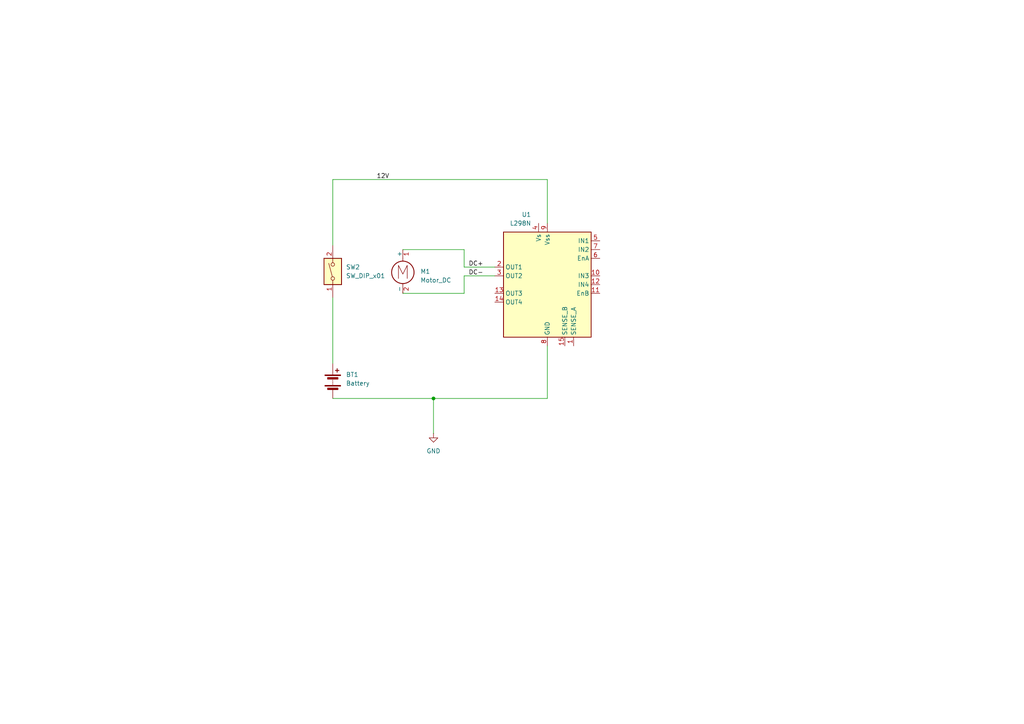
<source format=kicad_sch>
(kicad_sch (version 20250114) (generator "eeschema") (generator_version "9.0")
  (paper "A4")
  (title_block (title "Desk Automation") (date "2025-12-30") (rev "0.1") (company "E2Q"))
  (lib_symbols
    (symbol "Device:Battery" (pin_numbers (hide yes)) (pin_names (offset 0) (hide yes))
      (property "Reference" "BT" (at 2.54 2.54 0))
      (property "Value" "Battery" (at 2.54 0 0))
      (symbol "Battery_0_1"
        (rectangle (start -2.286 1.778) (end 2.286 1.524) (fill (type outline)))
        (rectangle (start -2.286 -1.27) (end 2.286 -1.524) (fill (type outline)))
        (rectangle (start -1.524 1.016) (end 1.524 0.508) (fill (type outline)))
        (rectangle (start -1.524 -2.032) (end 1.524 -2.54) (fill (type outline)))
        (polyline (pts (xy 0 1.778) (xy 0 2.54)))
        (polyline (pts (xy 0 0) (xy 0 0.254)))
        (polyline (pts (xy 0 -0.508) (xy 0 -0.254)))
        (polyline (pts (xy 0 -1.016) (xy 0 -0.762)))
        (polyline (pts (xy 0.762 3.048) (xy 1.778 3.048)) (stroke (width 0.254)))
        (polyline (pts (xy 1.27 3.556) (xy 1.27 2.54)) (stroke (width 0.254)))
      )
      (symbol "Battery_1_1"
        (pin passive line (at 0 5.08 270) (length 2.54) (name "+") (number "1"))
        (pin passive line (at 0 -5.08 90) (length 2.54) (name "-") (number "2"))
      )
    )
    (symbol "Driver_Motor:L298N"
      (property "Reference" "U" (at -10.16 16.51 0))
      (property "Value" "L298N" (at 12.7 16.51 0))
      (symbol "L298N_0_1"
        (rectangle (start -12.7 15.24) (end 12.7 -15.24) (stroke (width 0.254)) (fill (type background)))
      )
      (symbol "L298N_1_1"
        (pin input line (at -15.24 12.7 0) (length 2.54) (name "IN1") (number "5"))
        (pin input line (at -15.24 10.16 0) (length 2.54) (name "IN2") (number "7"))
        (pin input line (at -15.24 7.62 0) (length 2.54) (name "EnA") (number "6"))
        (pin input line (at -15.24 2.54 0) (length 2.54) (name "IN3") (number "10"))
        (pin input line (at -15.24 0 0) (length 2.54) (name "IN4") (number "12"))
        (pin input line (at -15.24 -2.54 0) (length 2.54) (name "EnB") (number "11"))
        (pin input line (at -7.62 -17.78 90) (length 2.54) (name "SENSE_A") (number "1"))
        (pin input line (at -5.08 -17.78 90) (length 2.54) (name "SENSE_B") (number "15"))
        (pin power_in line (at 0 17.78 270) (length 2.54) (name "Vss") (number "9"))
        (pin power_in line (at 0 -17.78 90) (length 2.54) (name "GND") (number "8"))
        (pin power_in line (at 2.54 17.78 270) (length 2.54) (name "Vs") (number "4"))
        (pin output line (at 15.24 5.08 180) (length 2.54) (name "OUT1") (number "2"))
        (pin output line (at 15.24 2.54 180) (length 2.54) (name "OUT2") (number "3"))
        (pin output line (at 15.24 -2.54 180) (length 2.54) (name "OUT3") (number "13"))
        (pin output line (at 15.24 -5.08 180) (length 2.54) (name "OUT4") (number "14"))
      )
    )
    (symbol "Motor:Motor_DC" (pin_names (offset 0))
      (property "Reference" "M" (at 2.54 2.54 0))
      (property "Value" "Motor_DC" (at 2.54 -5.08 0))
      (symbol "Motor_DC_0_0"
        (polyline (pts (xy -1.27 -3.302) (xy -1.27 0.508) (xy 0 -2.032) (xy 1.27 0.508) (xy 1.27 -3.302)))
      )
      (symbol "Motor_DC_0_1"
        (polyline (pts (xy 0 2.032) (xy 0 2.54)))
        (polyline (pts (xy 0 1.7272) (xy 0 2.0828)))
        (circle (center 0 -1.524) (radius 3.2512) (stroke (width 0.254)))
        (polyline (pts (xy 0 -4.7752) (xy 0 -5.1816)))
        (polyline (pts (xy 0 -7.62) (xy 0 -7.112)))
      )
      (symbol "Motor_DC_1_1"
        (pin passive line (at 0 5.08 270) (length 2.54) (name "+") (number "1"))
        (pin passive line (at 0 -7.62 90) (length 2.54) (name "-") (number "2"))
      )
    )
    (symbol "Switch:SW_DIP_x01" (pin_names (offset 0) (hide yes))
      (property "Reference" "SW" (at 0 3.81 0))
      (property "Value" "SW_DIP_x01" (at 0 -3.81 0))
      (symbol "SW_DIP_x01_0_0"
        (circle (center -2.032 0) (radius 0.508))
        (polyline (pts (xy -1.524 0.127) (xy 2.3622 1.1684)))
        (circle (center 2.032 0) (radius 0.508))
      )
      (symbol "SW_DIP_x01_0_1"
        (rectangle (start -3.81 2.54) (end 3.81 -2.54) (stroke (width 0.254)) (fill (type background)))
      )
      (symbol "SW_DIP_x01_1_1"
        (pin passive line (at -7.62 0 0) (length 5.08) (name "~") (number "1"))
        (pin passive line (at 7.62 0 180) (length 5.08) (name "~") (number "2"))
      )
    )
    (symbol "power:GND" (power) (pin_numbers (hide yes)) (pin_names (offset 0) (hide yes))
      (property "Value" "GND" (at 0 -3.81 0))
      (symbol "GND_0_1"
        (polyline (pts (xy 0 0) (xy 0 -1.27) (xy 1.27 -1.27) (xy 0 -2.54) (xy -1.27 -1.27) (xy 0 -1.27)))
      )
      (symbol "GND_1_1"
        (pin power_in line (at 0 0 270) (length 0) (name "~") (number "1"))
      )
    )
  )
  (junction (at 125.73 115.57))
  (wire (pts (xy 134.62 72.39) (xy 116.84 72.39)))
  (wire (pts (xy 158.75 100.33) (xy 158.75 115.57)))
  (wire (pts (xy 158.75 52.07) (xy 158.75 64.77)))
  (wire (pts (xy 134.62 80.01) (xy 143.51 80.01)))
  (wire (pts (xy 125.73 115.57) (xy 158.75 115.57)))
  (wire (pts (xy 134.62 80.01) (xy 134.62 85.09)))
  (wire (pts (xy 96.52 52.07) (xy 158.75 52.07)))
  (wire (pts (xy 96.52 86.36) (xy 96.52 105.41)))
  (wire (pts (xy 116.84 85.09) (xy 134.62 85.09)))
  (wire (pts (xy 96.52 115.57) (xy 125.73 115.57)))
  (wire (pts (xy 134.62 72.39) (xy 134.62 77.47)))
  (wire (pts (xy 125.73 115.57) (xy 125.73 125.73)))
  (wire (pts (xy 96.52 71.12) (xy 96.52 52.07)))
  (wire (pts (xy 134.62 77.47) (xy 143.51 77.47)))
  (label "12V" (at 109.22 52.07 0))
  (label "DC+" (at 135.89 77.47 0))
  (label "DC-" (at 135.89 80.01 0))
  (symbol (lib_id "Device:Battery") (at 96.52 110.49 0) (unit 1)
    (property "Reference" "BT1" (at 100.33 108.6484 0) (effects (justify left)))
    (property "Value" "Battery" (at 100.33 111.1884 0) (effects (justify left)))
    (property "Footprint" "TerminalBlock_Phoenix:TerminalBlock_Phoenix_MKDS-1,5-2-5.08_1x02_P5.08mm_Horizontal" (effects (hide yes)))
    (property "Description" "Multiple-cell battery" (effects (hide yes)))
  )
  (symbol (lib_id "power:GND") (at 125.73 125.73 0) (unit 1)
    (property "Reference" "#PWR01" (effects (hide yes)))
    (property "Value" "GND" (at 125.73 130.81 0))
    (property "Description" "Power symbol creates a global label with name \"GND\" , ground" (effects (hide yes)))
  )
  (symbol (lib_id "Switch:SW_DIP_x01") (at 96.52 78.74 90) (unit 1)
    (property "Reference" "SW2" (at 100.33 77.4699 90) (effects (justify right)))
    (property "Value" "SW_DIP_x01" (at 100.33 80.0099 90) (effects (justify right)))
    (property "Footprint" "Button_Switch_THT:SW_DIP_SPSTx01_Slide_9.78x4.72mm_W7.62mm_P2.54mm" (effects (hide yes)))
    (property "Description" "1x DIP Switch, Single Pole Single Throw (SPST) switch, small symbol" (effects (hide yes)))
  )
  (symbol (lib_id "Motor:Motor_DC") (at 116.84 77.47 0) (unit 1)
    (property "Reference" "M1" (at 121.92 78.7399 0) (effects (justify left)))
    (property "Value" "Motor_DC" (at 121.92 81.2799 0) (effects (justify left)))
    (property "Footprint" "TerminalBlock_Phoenix:TerminalBlock_Phoenix_MKDS-1,5-2-5.08_1x02_P5.08mm_Horizontal" (effects (hide yes)))
    (property "Description" "DC Motor" (effects (hide yes)))
  )
  (symbol (lib_id "Driver_Motor:L298N") (at 158.75 82.55 0) (mirror y) (unit 1)
    (property "Reference" "U1" (at 154.0667 62.23 0) (effects (justify left)))
    (property "Value" "L298N" (at 154.0667 64.77 0) (effects (justify left)))
    (property "Footprint" "DeskAutomation:L298N Interface" (effects (hide yes)))
    (property "Datasheet" "http://www.st.com/st-web-ui/static/active/en/resource/technical/document/datasheet/CD00000240.pdf" (effects (hide yes)))
    (property "Description" "Dual full bridge motor driver, up to 46V, 4A, Multiwatt15-V" (effects (hide yes)))
  )
)
</source>
